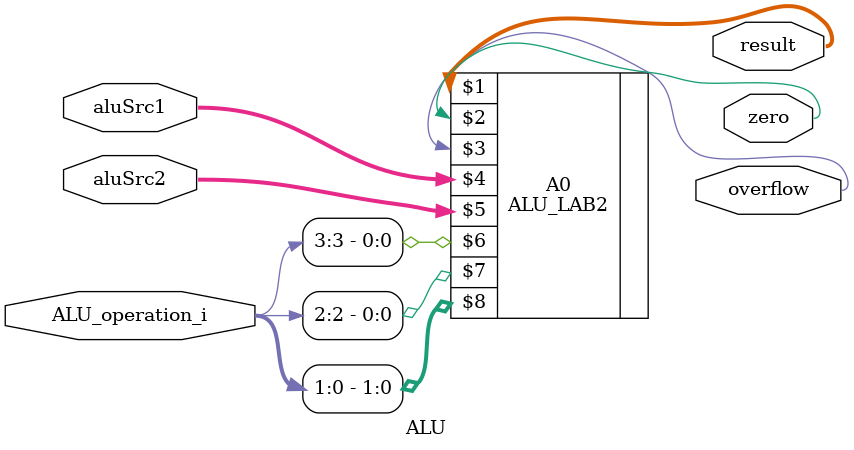
<source format=v>
module ALU( aluSrc1, aluSrc2, ALU_operation_i, result, zero, overflow );

//I/O ports 
input	[32-1:0] aluSrc1;
input	[32-1:0] aluSrc2;
input	 [4-1:0] ALU_operation_i;

output	[32-1:0] result;
output			 zero;
output			 overflow;

//Internal Signals
wire			 zero;
wire			 overflow;
wire	[32-1:0] result;

//Main function
/*your code here*/
ALU_LAB2 A0( result, zero, overflow, aluSrc1, aluSrc2, ALU_operation_i[3], ALU_operation_i[2], ALU_operation_i[1:0] );

endmodule

</source>
